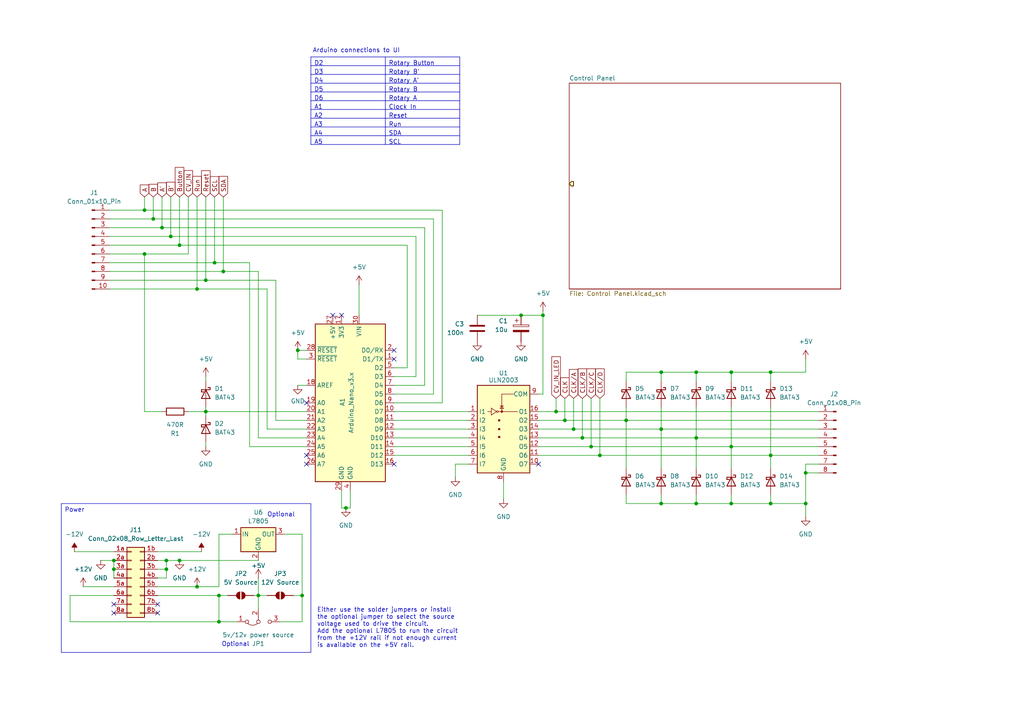
<source format=kicad_sch>
(kicad_sch (version 20250114) (generator "eeschema") (generator_version "9.0")
  (paper "A4")
  (lib_symbols
    (symbol "Connector:Conn_01x08_Pin" (pin_names (offset 1.016) (hide yes))
      (property "Reference" "J" (at 0 10.16 0))
      (property "Value" "Conn_01x08_Pin" (at 0 -12.7 0))
      (symbol "Conn_01x08_Pin_1_1"
        (rectangle (start 0.8636 7.747) (end 0 7.493) (stroke (width 0.1524)) (fill (type outline)))
        (rectangle (start 0.8636 5.207) (end 0 4.953) (stroke (width 0.1524)) (fill (type outline)))
        (rectangle (start 0.8636 2.667) (end 0 2.413) (stroke (width 0.1524)) (fill (type outline)))
        (rectangle (start 0.8636 0.127) (end 0 -0.127) (stroke (width 0.1524)) (fill (type outline)))
        (rectangle (start 0.8636 -2.413) (end 0 -2.667) (stroke (width 0.1524)) (fill (type outline)))
        (rectangle (start 0.8636 -4.953) (end 0 -5.207) (stroke (width 0.1524)) (fill (type outline)))
        (rectangle (start 0.8636 -7.493) (end 0 -7.747) (stroke (width 0.1524)) (fill (type outline)))
        (rectangle (start 0.8636 -10.033) (end 0 -10.287) (stroke (width 0.1524)) (fill (type outline)))
        (polyline (pts (xy 1.27 7.62) (xy 0.8636 7.62)) (stroke (width 0.1524)))
        (polyline (pts (xy 1.27 5.08) (xy 0.8636 5.08)) (stroke (width 0.1524)))
        (polyline (pts (xy 1.27 2.54) (xy 0.8636 2.54)) (stroke (width 0.1524)))
        (polyline (pts (xy 1.27 0) (xy 0.8636 0)) (stroke (width 0.1524)))
        (polyline (pts (xy 1.27 -2.54) (xy 0.8636 -2.54)) (stroke (width 0.1524)))
        (polyline (pts (xy 1.27 -5.08) (xy 0.8636 -5.08)) (stroke (width 0.1524)))
        (polyline (pts (xy 1.27 -7.62) (xy 0.8636 -7.62)) (stroke (width 0.1524)))
        (polyline (pts (xy 1.27 -10.16) (xy 0.8636 -10.16)) (stroke (width 0.1524)))
        (pin passive line (at 5.08 7.62 180) (length 3.81) (name "Pin_1") (number "1"))
        (pin passive line (at 5.08 5.08 180) (length 3.81) (name "Pin_2") (number "2"))
        (pin passive line (at 5.08 2.54 180) (length 3.81) (name "Pin_3") (number "3"))
        (pin passive line (at 5.08 0 180) (length 3.81) (name "Pin_4") (number "4"))
        (pin passive line (at 5.08 -2.54 180) (length 3.81) (name "Pin_5") (number "5"))
        (pin passive line (at 5.08 -5.08 180) (length 3.81) (name "Pin_6") (number "6"))
        (pin passive line (at 5.08 -7.62 180) (length 3.81) (name "Pin_7") (number "7"))
        (pin passive line (at 5.08 -10.16 180) (length 3.81) (name "Pin_8") (number "8"))
      )
    )
    (symbol "Connector:Conn_01x10_Pin" (pin_names (offset 1.016) (hide yes))
      (property "Reference" "J" (at 0 12.7 0))
      (property "Value" "Conn_01x10_Pin" (at 0 -15.24 0))
      (symbol "Conn_01x10_Pin_1_1"
        (rectangle (start 0.8636 10.287) (end 0 10.033) (stroke (width 0.1524)) (fill (type outline)))
        (rectangle (start 0.8636 7.747) (end 0 7.493) (stroke (width 0.1524)) (fill (type outline)))
        (rectangle (start 0.8636 5.207) (end 0 4.953) (stroke (width 0.1524)) (fill (type outline)))
        (rectangle (start 0.8636 2.667) (end 0 2.413) (stroke (width 0.1524)) (fill (type outline)))
        (rectangle (start 0.8636 0.127) (end 0 -0.127) (stroke (width 0.1524)) (fill (type outline)))
        (rectangle (start 0.8636 -2.413) (end 0 -2.667) (stroke (width 0.1524)) (fill (type outline)))
        (rectangle (start 0.8636 -4.953) (end 0 -5.207) (stroke (width 0.1524)) (fill (type outline)))
        (rectangle (start 0.8636 -7.493) (end 0 -7.747) (stroke (width 0.1524)) (fill (type outline)))
        (rectangle (start 0.8636 -10.033) (end 0 -10.287) (stroke (width 0.1524)) (fill (type outline)))
        (rectangle (start 0.8636 -12.573) (end 0 -12.827) (stroke (width 0.1524)) (fill (type outline)))
        (polyline (pts (xy 1.27 10.16) (xy 0.8636 10.16)) (stroke (width 0.1524)))
        (polyline (pts (xy 1.27 7.62) (xy 0.8636 7.62)) (stroke (width 0.1524)))
        (polyline (pts (xy 1.27 5.08) (xy 0.8636 5.08)) (stroke (width 0.1524)))
        (polyline (pts (xy 1.27 2.54) (xy 0.8636 2.54)) (stroke (width 0.1524)))
        (polyline (pts (xy 1.27 0) (xy 0.8636 0)) (stroke (width 0.1524)))
        (polyline (pts (xy 1.27 -2.54) (xy 0.8636 -2.54)) (stroke (width 0.1524)))
        (polyline (pts (xy 1.27 -5.08) (xy 0.8636 -5.08)) (stroke (width 0.1524)))
        (polyline (pts (xy 1.27 -7.62) (xy 0.8636 -7.62)) (stroke (width 0.1524)))
        (polyline (pts (xy 1.27 -10.16) (xy 0.8636 -10.16)) (stroke (width 0.1524)))
        (polyline (pts (xy 1.27 -12.7) (xy 0.8636 -12.7)) (stroke (width 0.1524)))
        (pin passive line (at 5.08 10.16 180) (length 3.81) (name "Pin_1") (number "1"))
        (pin passive line (at 5.08 7.62 180) (length 3.81) (name "Pin_2") (number "2"))
        (pin passive line (at 5.08 5.08 180) (length 3.81) (name "Pin_3") (number "3"))
        (pin passive line (at 5.08 2.54 180) (length 3.81) (name "Pin_4") (number "4"))
        (pin passive line (at 5.08 0 180) (length 3.81) (name "Pin_5") (number "5"))
        (pin passive line (at 5.08 -2.54 180) (length 3.81) (name "Pin_6") (number "6"))
        (pin passive line (at 5.08 -5.08 180) (length 3.81) (name "Pin_7") (number "7"))
        (pin passive line (at 5.08 -7.62 180) (length 3.81) (name "Pin_8") (number "8"))
        (pin passive line (at 5.08 -10.16 180) (length 3.81) (name "Pin_9") (number "9"))
        (pin passive line (at 5.08 -12.7 180) (length 3.81) (name "Pin_10") (number "10"))
      )
    )
    (symbol "Connector_Generic:Conn_02x08_Row_Letter_Last" (pin_names (offset 1.016) (hide yes))
      (property "Reference" "J" (at 1.27 10.16 0))
      (property "Value" "Conn_02x08_Row_Letter_Last" (at 1.27 -12.7 0))
      (symbol "Conn_02x08_Row_Letter_Last_1_1"
        (rectangle (start -1.27 8.89) (end 3.81 -11.43) (stroke (width 0.254)) (fill (type background)))
        (rectangle (start -1.27 7.747) (end 0 7.493) (stroke (width 0.1524)))
        (rectangle (start -1.27 5.207) (end 0 4.953) (stroke (width 0.1524)))
        (rectangle (start -1.27 2.667) (end 0 2.413) (stroke (width 0.1524)))
        (rectangle (start -1.27 0.127) (end 0 -0.127) (stroke (width 0.1524)))
        (rectangle (start -1.27 -2.413) (end 0 -2.667) (stroke (width 0.1524)))
        (rectangle (start -1.27 -4.953) (end 0 -5.207) (stroke (width 0.1524)))
        (rectangle (start -1.27 -7.493) (end 0 -7.747) (stroke (width 0.1524)))
        (rectangle (start -1.27 -10.033) (end 0 -10.287) (stroke (width 0.1524)))
        (rectangle (start 3.81 7.747) (end 2.54 7.493) (stroke (width 0.1524)))
        (rectangle (start 3.81 5.207) (end 2.54 4.953) (stroke (width 0.1524)))
        (rectangle (start 3.81 2.667) (end 2.54 2.413) (stroke (width 0.1524)))
        (rectangle (start 3.81 0.127) (end 2.54 -0.127) (stroke (width 0.1524)))
        (rectangle (start 3.81 -2.413) (end 2.54 -2.667) (stroke (width 0.1524)))
        (rectangle (start 3.81 -4.953) (end 2.54 -5.207) (stroke (width 0.1524)))
        (rectangle (start 3.81 -7.493) (end 2.54 -7.747) (stroke (width 0.1524)))
        (rectangle (start 3.81 -10.033) (end 2.54 -10.287) (stroke (width 0.1524)))
        (pin passive line (at -5.08 7.62 0) (length 3.81) (name "Pin_1a") (number "1a"))
        (pin passive line (at -5.08 5.08 0) (length 3.81) (name "Pin_2a") (number "2a"))
        (pin passive line (at -5.08 2.54 0) (length 3.81) (name "Pin_3a") (number "3a"))
        (pin passive line (at -5.08 0 0) (length 3.81) (name "Pin_4a") (number "4a"))
        (pin passive line (at -5.08 -2.54 0) (length 3.81) (name "Pin_5a") (number "5a"))
        (pin passive line (at -5.08 -5.08 0) (length 3.81) (name "Pin_6a") (number "6a"))
        (pin passive line (at -5.08 -7.62 0) (length 3.81) (name "Pin_7a") (number "7a"))
        (pin passive line (at -5.08 -10.16 0) (length 3.81) (name "Pin_8a") (number "8a"))
        (pin passive line (at 7.62 7.62 180) (length 3.81) (name "Pin_1b") (number "1b"))
        (pin passive line (at 7.62 5.08 180) (length 3.81) (name "Pin_2b") (number "2b"))
        (pin passive line (at 7.62 2.54 180) (length 3.81) (name "Pin_3b") (number "3b"))
        (pin passive line (at 7.62 0 180) (length 3.81) (name "Pin_4b") (number "4b"))
        (pin passive line (at 7.62 -2.54 180) (length 3.81) (name "Pin_5b") (number "5b"))
        (pin passive line (at 7.62 -5.08 180) (length 3.81) (name "Pin_6b") (number "6b"))
        (pin passive line (at 7.62 -7.62 180) (length 3.81) (name "Pin_7b") (number "7b"))
        (pin passive line (at 7.62 -10.16 180) (length 3.81) (name "Pin_8b") (number "8b"))
      )
    )
    (symbol "Device:C" (pin_numbers (hide yes)) (pin_names (offset 0.254))
      (property "Reference" "C" (at 0.635 2.54 0))
      (property "Value" "C" (at 0.635 -2.54 0))
      (symbol "C_0_1"
        (polyline (pts (xy -2.032 0.762) (xy 2.032 0.762)) (stroke (width 0.508)))
        (polyline (pts (xy -2.032 -0.762) (xy 2.032 -0.762)) (stroke (width 0.508)))
      )
      (symbol "C_1_1"
        (pin passive line (at 0 3.81 270) (length 2.794) (name "~") (number "1"))
        (pin passive line (at 0 -3.81 90) (length 2.794) (name "~") (number "2"))
      )
    )
    (symbol "Device:C_Polarized" (pin_numbers (hide yes)) (pin_names (offset 0.254))
      (property "Reference" "C" (at 0.635 2.54 0))
      (property "Value" "C_Polarized" (at 0.635 -2.54 0))
      (symbol "C_Polarized_0_1"
        (rectangle (start -2.286 0.508) (end 2.286 1.016))
        (polyline (pts (xy -1.778 2.286) (xy -0.762 2.286)))
        (polyline (pts (xy -1.27 2.794) (xy -1.27 1.778)))
        (rectangle (start 2.286 -0.508) (end -2.286 -1.016) (fill (type outline)))
      )
      (symbol "C_Polarized_1_1"
        (pin passive line (at 0 3.81 270) (length 2.794) (name "~") (number "1"))
        (pin passive line (at 0 -3.81 90) (length 2.794) (name "~") (number "2"))
      )
    )
    (symbol "Device:R" (pin_numbers (hide yes)) (pin_names (offset 0))
      (property "Reference" "R" (at 2.032 0 90))
      (property "Value" "R" (at 0 0 90))
      (symbol "R_0_1"
        (rectangle (start -1.016 -2.54) (end 1.016 2.54) (stroke (width 0.254)))
      )
      (symbol "R_1_1"
        (pin passive line (at 0 3.81 270) (length 1.27) (name "~") (number "1"))
        (pin passive line (at 0 -3.81 90) (length 1.27) (name "~") (number "2"))
      )
    )
    (symbol "Diode:BAT43" (pin_numbers (hide yes)) (pin_names (offset 1.016) (hide yes))
      (property "Reference" "D" (at 0 2.54 0))
      (property "Value" "BAT43" (at 0 -2.54 0))
      (symbol "BAT43_0_1"
        (polyline (pts (xy -1.905 0.635) (xy -1.905 1.27) (xy -1.27 1.27) (xy -1.27 -1.27) (xy -0.635 -1.27) (xy -0.635 -0.635)) (stroke (width 0.254)))
        (polyline (pts (xy 1.27 1.27) (xy 1.27 -1.27) (xy -1.27 0) (xy 1.27 1.27)) (stroke (width 0.254)))
        (polyline (pts (xy 1.27 0) (xy -1.27 0)))
      )
      (symbol "BAT43_1_1"
        (pin passive line (at -3.81 0 0) (length 2.54) (name "K") (number "1"))
        (pin passive line (at 3.81 0 180) (length 2.54) (name "A") (number "2"))
      )
    )
    (symbol "Jumper:Jumper_3_Bridged12" (pin_names (offset 0) (hide yes)) (in_bom no)
      (property "Reference" "JP" (at -2.54 -2.54 0))
      (property "Value" "Jumper_3_Bridged12" (at 0 2.794 0))
      (symbol "Jumper_3_Bridged12_0_0"
        (circle (center -3.302 0) (radius 0.508))
        (circle (center 0 0) (radius 0.508))
        (circle (center 3.302 0) (radius 0.508))
      )
      (symbol "Jumper_3_Bridged12_0_1"
        (arc (start -3.048 0.508) (mid -1.651 0.9912) (end -0.254 0.508))
        (polyline (pts (xy 0 -1.27) (xy 0 -0.508)))
      )
      (symbol "Jumper_3_Bridged12_1_1"
        (pin passive line (at -6.35 0 0) (length 2.54) (name "A") (number "1"))
        (pin passive line (at 0 -3.81 90) (length 2.54) (name "C") (number "2"))
        (pin passive line (at 6.35 0 180) (length 2.54) (name "B") (number "3"))
      )
    )
    (symbol "Jumper:SolderJumper_2_Open" (pin_numbers (hide yes)) (pin_names (offset 0) (hide yes)) (in_bom no)
      (property "Reference" "JP" (at 0 2.032 0))
      (property "Value" "SolderJumper_2_Open" (at 0 -2.54 0))
      (symbol "SolderJumper_2_Open_0_1"
        (polyline (pts (xy -0.254 1.016) (xy -0.254 -1.016)))
        (arc (start -0.254 -1.016) (mid -1.2656 0) (end -0.254 1.016))
        (arc (start -0.254 -1.016) (mid -1.2656 0) (end -0.254 1.016) (fill (type outline)))
        (arc (start 0.254 1.016) (mid 1.2656 0) (end 0.254 -1.016))
        (arc (start 0.254 1.016) (mid 1.2656 0) (end 0.254 -1.016) (fill (type outline)))
        (polyline (pts (xy 0.254 1.016) (xy 0.254 -1.016)))
      )
      (symbol "SolderJumper_2_Open_1_1"
        (pin passive line (at -3.81 0 0) (length 2.54) (name "A") (number "1"))
        (pin passive line (at 3.81 0 180) (length 2.54) (name "B") (number "2"))
      )
    )
    (symbol "MCU_Module:Arduino_Nano_v3.x"
      (property "Reference" "A" (at -10.16 23.495 0))
      (property "Value" "Arduino_Nano_v3.x" (at 5.08 -24.13 0))
      (symbol "Arduino_Nano_v3.x_0_1"
        (rectangle (start -10.16 22.86) (end 10.16 -22.86) (stroke (width 0.254)) (fill (type background)))
      )
      (symbol "Arduino_Nano_v3.x_1_1"
        (pin bidirectional line (at -12.7 15.24 0) (length 2.54) (name "D0/RX") (number "2"))
        (pin bidirectional line (at -12.7 12.7 0) (length 2.54) (name "D1/TX") (number "1"))
        (pin bidirectional line (at -12.7 10.16 0) (length 2.54) (name "D2") (number "5"))
        (pin bidirectional line (at -12.7 7.62 0) (length 2.54) (name "D3") (number "6"))
        (pin bidirectional line (at -12.7 5.08 0) (length 2.54) (name "D4") (number "7"))
        (pin bidirectional line (at -12.7 2.54 0) (length 2.54) (name "D5") (number "8"))
        (pin bidirectional line (at -12.7 0 0) (length 2.54) (name "D6") (number "9"))
        (pin bidirectional line (at -12.7 -2.54 0) (length 2.54) (name "D7") (number "10"))
        (pin bidirectional line (at -12.7 -5.08 0) (length 2.54) (name "D8") (number "11"))
        (pin bidirectional line (at -12.7 -7.62 0) (length 2.54) (name "D9") (number "12"))
        (pin bidirectional line (at -12.7 -10.16 0) (length 2.54) (name "D10") (number "13"))
        (pin bidirectional line (at -12.7 -12.7 0) (length 2.54) (name "D11") (number "14"))
        (pin bidirectional line (at -12.7 -15.24 0) (length 2.54) (name "D12") (number "15"))
        (pin bidirectional line (at -12.7 -17.78 0) (length 2.54) (name "D13") (number "16"))
        (pin power_in line (at -2.54 25.4 270) (length 2.54) (name "VIN") (number "30"))
        (pin power_in line (at 0 -25.4 90) (length 2.54) (name "GND") (number "4"))
        (pin power_out line (at 2.54 25.4 270) (length 2.54) (name "3V3") (number "17"))
        (pin power_in line (at 2.54 -25.4 90) (length 2.54) (name "GND") (number "29"))
        (pin power_out line (at 5.08 25.4 270) (length 2.54) (name "+5V") (number "27"))
        (pin input line (at 12.7 15.24 180) (length 2.54) (name "~{RESET}") (number "28"))
        (pin input line (at 12.7 12.7 180) (length 2.54) (name "~{RESET}") (number "3"))
        (pin input line (at 12.7 5.08 180) (length 2.54) (name "AREF") (number "18"))
        (pin bidirectional line (at 12.7 0 180) (length 2.54) (name "A0") (number "19"))
        (pin bidirectional line (at 12.7 -2.54 180) (length 2.54) (name "A1") (number "20"))
        (pin bidirectional line (at 12.7 -5.08 180) (length 2.54) (name "A2") (number "21"))
        (pin bidirectional line (at 12.7 -7.62 180) (length 2.54) (name "A3") (number "22"))
        (pin bidirectional line (at 12.7 -10.16 180) (length 2.54) (name "A4") (number "23"))
        (pin bidirectional line (at 12.7 -12.7 180) (length 2.54) (name "A5") (number "24"))
        (pin bidirectional line (at 12.7 -15.24 180) (length 2.54) (name "A6") (number "25"))
        (pin bidirectional line (at 12.7 -17.78 180) (length 2.54) (name "A7") (number "26"))
      )
    )
    (symbol "Regulator_Linear:L7805" (pin_names (offset 0.254))
      (property "Reference" "U" (at -3.81 3.175 0))
      (property "Value" "L7805" (at 0 3.175 0))
      (symbol "L7805_0_1"
        (rectangle (start -5.08 1.905) (end 5.08 -5.08) (stroke (width 0.254)) (fill (type background)))
      )
      (symbol "L7805_1_1"
        (pin power_in line (at -7.62 0 0) (length 2.54) (name "IN") (number "1"))
        (pin power_in line (at 0 -7.62 90) (length 2.54) (name "GND") (number "2"))
        (pin power_out line (at 7.62 0 180) (length 2.54) (name "OUT") (number "3"))
      )
    )
    (symbol "Transistor_Array:ULN2003"
      (property "Reference" "U" (at 0 15.875 0))
      (property "Value" "ULN2003" (at 0 13.97 0))
      (symbol "ULN2003_0_1"
        (rectangle (start -7.62 -12.7) (end 7.62 12.7) (stroke (width 0.254)) (fill (type background)))
        (polyline (pts (xy -4.572 5.08) (xy -3.556 5.08)))
        (polyline (pts (xy -3.556 6.096) (xy -3.556 4.064) (xy -2.032 5.08) (xy -3.556 6.096)))
        (circle (center -1.778 5.08) (radius 0.254))
        (polyline (pts (xy -1.524 5.08) (xy 4.064 5.08)))
        (circle (center -1.27 2.54) (radius 0.254) (fill (type outline)))
        (circle (center -1.27 0) (radius 0.254) (fill (type outline)))
        (circle (center -1.27 -2.286) (radius 0.254) (fill (type outline)))
        (circle (center -0.508 5.08) (radius 0.254) (fill (type outline)))
        (polyline (pts (xy -0.508 5.08) (xy -0.508 10.16) (xy 2.921 10.16)))
        (polyline (pts (xy 0 6.731) (xy -1.016 6.731)))
        (polyline (pts (xy 0 5.969) (xy -1.016 5.969) (xy -0.508 6.731) (xy 0 5.969)))
      )
      (symbol "ULN2003_1_1"
        (pin input line (at -10.16 5.08 0) (length 2.54) (name "I1") (number "1"))
        (pin input line (at -10.16 2.54 0) (length 2.54) (name "I2") (number "2"))
        (pin input line (at -10.16 0 0) (length 2.54) (name "I3") (number "3"))
        (pin input line (at -10.16 -2.54 0) (length 2.54) (name "I4") (number "4"))
        (pin input line (at -10.16 -5.08 0) (length 2.54) (name "I5") (number "5"))
        (pin input line (at -10.16 -7.62 0) (length 2.54) (name "I6") (number "6"))
        (pin input line (at -10.16 -10.16 0) (length 2.54) (name "I7") (number "7"))
        (pin power_in line (at 0 -15.24 90) (length 2.54) (name "GND") (number "8"))
        (pin passive line (at 10.16 10.16 180) (length 2.54) (name "COM") (number "9"))
        (pin open_collector line (at 10.16 5.08 180) (length 2.54) (name "O1") (number "16"))
        (pin open_collector line (at 10.16 2.54 180) (length 2.54) (name "O2") (number "15"))
        (pin open_collector line (at 10.16 0 180) (length 2.54) (name "O3") (number "14"))
        (pin open_collector line (at 10.16 -2.54 180) (length 2.54) (name "O4") (number "13"))
        (pin open_collector line (at 10.16 -5.08 180) (length 2.54) (name "O5") (number "12"))
        (pin open_collector line (at 10.16 -7.62 180) (length 2.54) (name "O6") (number "11"))
        (pin open_collector line (at 10.16 -10.16 180) (length 2.54) (name "O7") (number "10"))
      )
    )
    (symbol "power:+12V" (power) (pin_numbers (hide yes)) (pin_names (offset 0) (hide yes))
      (property "Value" "+12V" (at 0 3.556 0))
      (symbol "+12V_0_1"
        (polyline (pts (xy -0.762 1.27) (xy 0 2.54)))
        (polyline (pts (xy 0 2.54) (xy 0.762 1.27)))
        (polyline (pts (xy 0 0) (xy 0 2.54)))
      )
      (symbol "+12V_1_1"
        (pin power_in line (at 0 0 90) (length 0) (name "~") (number "1"))
      )
    )
    (symbol "power:+5V" (power) (pin_numbers (hide yes)) (pin_names (offset 0) (hide yes))
      (property "Value" "+5V" (at 0 3.556 0))
      (symbol "+5V_0_1"
        (polyline (pts (xy -0.762 1.27) (xy 0 2.54)))
        (polyline (pts (xy 0 2.54) (xy 0.762 1.27)))
        (polyline (pts (xy 0 0) (xy 0 2.54)))
      )
      (symbol "+5V_1_1"
        (pin power_in line (at 0 0 90) (length 0) (name "~") (number "1"))
      )
    )
    (symbol "power:-12V" (power) (pin_numbers (hide yes)) (pin_names (offset 0) (hide yes))
      (property "Value" "-12V" (at 0 3.556 0))
      (symbol "-12V_0_0"
        (pin power_in line (at 0 0 90) (length 0) (name "~") (number "1"))
      )
      (symbol "-12V_0_1"
        (polyline (pts (xy 0 0) (xy 0 1.27) (xy 0.762 1.27) (xy 0 2.54) (xy -0.762 1.27) (xy 0 1.27)) (fill (type outline)))
      )
    )
    (symbol "power:GND" (power) (pin_numbers (hide yes)) (pin_names (offset 0) (hide yes))
      (property "Value" "GND" (at 0 -3.81 0))
      (symbol "GND_0_1"
        (polyline (pts (xy 0 0) (xy 0 -1.27) (xy 1.27 -1.27) (xy 0 -2.54) (xy -1.27 -1.27) (xy 0 -1.27)))
      )
      (symbol "GND_1_1"
        (pin power_in line (at 0 0 270) (length 0) (name "~") (number "1"))
      )
    )
  )
  (text "Either use the solder jumpers or install\nthe optional jumper to select the source \nvoltage used to drive the circuit.\nAdd the optional L7805 to run the circuit\nfrom the +12V rail if not enough current\nis available on the +5V rail." (at 91.948 182.118 0) (effects (font (size 1.27 1.27)) (justify left)))
  (text "Optional" (at 68.326 186.944 0) (effects (font (size 1.27 1.27))))
  (text "Optional" (at 81.534 149.352 0) (effects (font (size 1.27 1.27))))
  (text "Arduino connections to UI" (at 90.678 14.732 0) (effects (font (size 1.27 1.27)) (justify left)))
  (text_box "Power" (at 17.78 146.05 0) (size 72.39 43.18) (margins 0.9525 0.9525 0.9525 0.9525) (effects (font (size 1.27 1.27)) (justify left top)))
  (junction (at 233.68 146.05))
  (junction (at 212.09 107.95))
  (junction (at 41.91 60.96))
  (junction (at 100.33 147.32))
  (junction (at 86.36 101.6))
  (junction (at 223.52 146.05))
  (junction (at 41.91 73.66))
  (junction (at 191.77 107.95))
  (junction (at 48.26 162.56))
  (junction (at 168.91 127))
  (junction (at 57.15 83.82))
  (junction (at 201.93 107.95))
  (junction (at 201.93 127))
  (junction (at 212.09 146.05))
  (junction (at 173.99 132.08))
  (junction (at 62.23 76.2))
  (junction (at 52.07 162.56))
  (junction (at 74.93 172.72))
  (junction (at 57.15 170.18))
  (junction (at 63.5 172.72))
  (junction (at 191.77 124.46))
  (junction (at 59.69 81.28))
  (junction (at 157.48 91.44))
  (junction (at 212.09 129.54))
  (junction (at 171.45 129.54))
  (junction (at 33.02 162.56))
  (junction (at 223.52 132.08))
  (junction (at 181.61 121.92))
  (junction (at 48.26 165.1))
  (junction (at 201.93 146.05))
  (junction (at 151.13 91.44))
  (junction (at 44.45 63.5))
  (junction (at 87.63 172.72))
  (junction (at 59.69 119.38))
  (junction (at 166.37 124.46))
  (junction (at 64.77 78.74))
  (junction (at 49.53 68.58))
  (junction (at 63.5 180.34))
  (junction (at 161.29 119.38))
  (junction (at 223.52 107.95))
  (junction (at 33.02 165.1))
  (junction (at 163.83 121.92))
  (junction (at 46.99 66.04))
  (junction (at 233.68 137.16))
  (junction (at 52.07 71.12))
  (junction (at 191.77 146.05))
  (no_connect (at 99.06 91.44))
  (no_connect (at 88.9 134.62))
  (no_connect (at 114.3 134.62))
  (no_connect (at 156.21 134.62))
  (no_connect (at 88.9 116.84))
  (no_connect (at 33.02 177.8))
  (no_connect (at 96.52 91.44))
  (no_connect (at 33.02 175.26))
  (no_connect (at 45.72 177.8))
  (no_connect (at 114.3 104.14))
  (no_connect (at 45.72 175.26))
  (no_connect (at 88.9 132.08))
  (no_connect (at 114.3 101.6))
  (wire (pts (xy 59.69 118.11) (xy 59.69 119.38)))
  (wire (pts (xy 233.68 104.14) (xy 233.68 107.95)))
  (wire (pts (xy 74.93 172.72) (xy 77.47 172.72)))
  (wire (pts (xy 191.77 124.46) (xy 191.77 135.89)))
  (wire (pts (xy 46.99 66.04) (xy 123.19 66.04)))
  (wire (pts (xy 31.75 60.96) (xy 41.91 60.96)))
  (wire (pts (xy 45.72 165.1) (xy 48.26 165.1)))
  (wire (pts (xy 171.45 129.54) (xy 212.09 129.54)))
  (wire (pts (xy 114.3 121.92) (xy 135.89 121.92)))
  (wire (pts (xy 120.65 68.58) (xy 120.65 109.22)))
  (wire (pts (xy 223.52 146.05) (xy 233.68 146.05)))
  (wire (pts (xy 41.91 73.66) (xy 41.91 119.38)))
  (wire (pts (xy 59.69 119.38) (xy 59.69 120.65)))
  (wire (pts (xy 233.68 146.05) (xy 233.68 149.86)))
  (wire (pts (xy 63.5 154.94) (xy 63.5 170.18)))
  (wire (pts (xy 62.23 76.2) (xy 72.39 76.2)))
  (wire (pts (xy 156.21 132.08) (xy 173.99 132.08)))
  (wire (pts (xy 21.59 160.02) (xy 33.02 160.02)))
  (wire (pts (xy 173.99 115.57) (xy 173.99 132.08)))
  (wire (pts (xy 31.75 63.5) (xy 44.45 63.5)))
  (wire (pts (xy 44.45 57.15) (xy 44.45 63.5)))
  (wire (pts (xy 24.13 170.18) (xy 33.02 170.18)))
  (wire (pts (xy 201.93 118.11) (xy 201.93 127)))
  (wire (pts (xy 201.93 110.49) (xy 201.93 107.95)))
  (wire (pts (xy 31.75 76.2) (xy 62.23 76.2)))
  (wire (pts (xy 31.75 68.58) (xy 49.53 68.58)))
  (wire (pts (xy 86.36 104.14) (xy 88.9 104.14)))
  (wire (pts (xy 181.61 107.95) (xy 191.77 107.95)))
  (wire (pts (xy 233.68 134.62) (xy 237.49 134.62)))
  (wire (pts (xy 72.39 76.2) (xy 72.39 129.54)))
  (wire (pts (xy 156.21 114.3) (xy 157.48 114.3)))
  (wire (pts (xy 156.21 127) (xy 168.91 127)))
  (wire (pts (xy 181.61 118.11) (xy 181.61 121.92)))
  (wire (pts (xy 99.06 142.24) (xy 99.06 147.32)))
  (wire (pts (xy 45.72 172.72) (xy 63.5 172.72)))
  (wire (pts (xy 20.32 180.34) (xy 63.5 180.34)))
  (wire (pts (xy 59.69 119.38) (xy 88.9 119.38)))
  (wire (pts (xy 201.93 143.51) (xy 201.93 146.05)))
  (wire (pts (xy 138.43 91.44) (xy 151.13 91.44)))
  (wire (pts (xy 168.91 115.57) (xy 168.91 127)))
  (wire (pts (xy 31.75 78.74) (xy 64.77 78.74)))
  (wire (pts (xy 59.69 109.22) (xy 59.69 110.49)))
  (wire (pts (xy 45.72 170.18) (xy 57.15 170.18)))
  (wire (pts (xy 114.3 124.46) (xy 135.89 124.46)))
  (wire (pts (xy 101.6 142.24) (xy 101.6 147.32)))
  (wire (pts (xy 212.09 110.49) (xy 212.09 107.95)))
  (wire (pts (xy 64.77 78.74) (xy 74.93 78.74)))
  (wire (pts (xy 181.61 121.92) (xy 181.61 135.89)))
  (wire (pts (xy 156.21 119.38) (xy 161.29 119.38)))
  (wire (pts (xy 156.21 124.46) (xy 166.37 124.46)))
  (wire (pts (xy 52.07 71.12) (xy 118.11 71.12)))
  (wire (pts (xy 156.21 129.54) (xy 171.45 129.54)))
  (wire (pts (xy 212.09 107.95) (xy 223.52 107.95)))
  (wire (pts (xy 52.07 57.15) (xy 52.07 71.12)))
  (wire (pts (xy 74.93 78.74) (xy 74.93 127)))
  (wire (pts (xy 63.5 170.18) (xy 57.15 170.18)))
  (wire (pts (xy 168.91 127) (xy 201.93 127)))
  (wire (pts (xy 63.5 172.72) (xy 63.5 180.34)))
  (wire (pts (xy 48.26 165.1) (xy 48.26 167.64)))
  (wire (pts (xy 33.02 165.1) (xy 33.02 162.56)))
  (wire (pts (xy 123.19 66.04) (xy 123.19 111.76)))
  (wire (pts (xy 49.53 57.15) (xy 49.53 68.58)))
  (wire (pts (xy 166.37 124.46) (xy 191.77 124.46)))
  (wire (pts (xy 212.09 143.51) (xy 212.09 146.05)))
  (wire (pts (xy 233.68 107.95) (xy 223.52 107.95)))
  (wire (pts (xy 201.93 127) (xy 237.49 127)))
  (wire (pts (xy 45.72 160.02) (xy 58.42 160.02)))
  (wire (pts (xy 59.69 128.27) (xy 59.69 129.54)))
  (wire (pts (xy 77.47 124.46) (xy 77.47 83.82)))
  (wire (pts (xy 223.52 132.08) (xy 237.49 132.08)))
  (wire (pts (xy 74.93 127) (xy 88.9 127)))
  (wire (pts (xy 86.36 101.6) (xy 86.36 104.14)))
  (wire (pts (xy 212.09 146.05) (xy 223.52 146.05)))
  (wire (pts (xy 87.63 172.72) (xy 87.63 180.34)))
  (wire (pts (xy 201.93 107.95) (xy 212.09 107.95)))
  (wire (pts (xy 48.26 162.56) (xy 52.07 162.56)))
  (wire (pts (xy 191.77 146.05) (xy 201.93 146.05)))
  (wire (pts (xy 48.26 167.64) (xy 45.72 167.64)))
  (wire (pts (xy 223.52 132.08) (xy 223.52 135.89)))
  (wire (pts (xy 163.83 121.92) (xy 181.61 121.92)))
  (wire (pts (xy 80.01 121.92) (xy 80.01 81.28)))
  (wire (pts (xy 33.02 167.64) (xy 33.02 165.1)))
  (wire (pts (xy 29.21 162.56) (xy 33.02 162.56)))
  (wire (pts (xy 114.3 111.76) (xy 123.19 111.76)))
  (wire (pts (xy 41.91 60.96) (xy 128.27 60.96)))
  (wire (pts (xy 88.9 124.46) (xy 77.47 124.46)))
  (wire (pts (xy 59.69 81.28) (xy 80.01 81.28)))
  (wire (pts (xy 20.32 172.72) (xy 20.32 180.34)))
  (wire (pts (xy 191.77 118.11) (xy 191.77 124.46)))
  (wire (pts (xy 135.89 134.62) (xy 132.08 134.62)))
  (wire (pts (xy 54.61 57.15) (xy 54.61 73.66)))
  (wire (pts (xy 173.99 132.08) (xy 223.52 132.08)))
  (wire (pts (xy 74.93 167.64) (xy 74.93 172.72)))
  (wire (pts (xy 46.99 57.15) (xy 46.99 66.04)))
  (wire (pts (xy 146.05 139.7) (xy 146.05 144.78)))
  (wire (pts (xy 114.3 114.3) (xy 125.73 114.3)))
  (wire (pts (xy 114.3 116.84) (xy 128.27 116.84)))
  (wire (pts (xy 87.63 180.34) (xy 81.28 180.34)))
  (wire (pts (xy 52.07 162.56) (xy 74.93 162.56)))
  (wire (pts (xy 31.75 81.28) (xy 59.69 81.28)))
  (wire (pts (xy 57.15 83.82) (xy 77.47 83.82)))
  (wire (pts (xy 45.72 162.56) (xy 48.26 162.56)))
  (wire (pts (xy 74.93 172.72) (xy 74.93 176.53)))
  (wire (pts (xy 31.75 71.12) (xy 52.07 71.12)))
  (wire (pts (xy 57.15 83.82) (xy 31.75 83.82)))
  (wire (pts (xy 85.09 172.72) (xy 87.63 172.72)))
  (wire (pts (xy 114.3 119.38) (xy 135.89 119.38)))
  (wire (pts (xy 104.14 91.44) (xy 104.14 82.55)))
  (wire (pts (xy 63.5 154.94) (xy 67.31 154.94)))
  (wire (pts (xy 72.39 129.54) (xy 88.9 129.54)))
  (wire (pts (xy 31.75 66.04) (xy 46.99 66.04)))
  (wire (pts (xy 212.09 129.54) (xy 237.49 129.54)))
  (wire (pts (xy 59.69 57.15) (xy 59.69 81.28)))
  (wire (pts (xy 114.3 127) (xy 135.89 127)))
  (wire (pts (xy 166.37 115.57) (xy 166.37 124.46)))
  (wire (pts (xy 161.29 115.57) (xy 161.29 119.38)))
  (wire (pts (xy 212.09 118.11) (xy 212.09 129.54)))
  (wire (pts (xy 99.06 147.32) (xy 100.33 147.32)))
  (wire (pts (xy 118.11 71.12) (xy 118.11 106.68)))
  (wire (pts (xy 157.48 91.44) (xy 157.48 90.17)))
  (wire (pts (xy 157.48 114.3) (xy 157.48 91.44)))
  (wire (pts (xy 132.08 134.62) (xy 132.08 138.43)))
  (wire (pts (xy 201.93 127) (xy 201.93 135.89)))
  (wire (pts (xy 151.13 91.44) (xy 157.48 91.44)))
  (wire (pts (xy 156.21 121.92) (xy 163.83 121.92)))
  (wire (pts (xy 223.52 143.51) (xy 223.52 146.05)))
  (wire (pts (xy 41.91 73.66) (xy 54.61 73.66)))
  (wire (pts (xy 48.26 162.56) (xy 48.26 165.1)))
  (wire (pts (xy 64.77 57.15) (xy 64.77 78.74)))
  (wire (pts (xy 88.9 101.6) (xy 86.36 101.6)))
  (wire (pts (xy 41.91 57.15) (xy 41.91 60.96)))
  (wire (pts (xy 44.45 63.5) (xy 125.73 63.5)))
  (wire (pts (xy 114.3 132.08) (xy 135.89 132.08)))
  (wire (pts (xy 163.83 115.57) (xy 163.83 121.92)))
  (wire (pts (xy 191.77 110.49) (xy 191.77 107.95)))
  (wire (pts (xy 62.23 57.15) (xy 62.23 76.2)))
  (wire (pts (xy 171.45 115.57) (xy 171.45 129.54)))
  (wire (pts (xy 181.61 110.49) (xy 181.61 107.95)))
  (wire (pts (xy 63.5 172.72) (xy 66.04 172.72)))
  (wire (pts (xy 233.68 137.16) (xy 233.68 146.05)))
  (wire (pts (xy 233.68 134.62) (xy 233.68 137.16)))
  (wire (pts (xy 49.53 68.58) (xy 120.65 68.58)))
  (wire (pts (xy 233.68 137.16) (xy 237.49 137.16)))
  (wire (pts (xy 212.09 129.54) (xy 212.09 135.89)))
  (wire (pts (xy 181.61 143.51) (xy 181.61 146.05)))
  (wire (pts (xy 191.77 124.46) (xy 237.49 124.46)))
  (wire (pts (xy 31.75 73.66) (xy 41.91 73.66)))
  (wire (pts (xy 87.63 154.94) (xy 82.55 154.94)))
  (wire (pts (xy 161.29 119.38) (xy 237.49 119.38)))
  (wire (pts (xy 57.15 57.15) (xy 57.15 83.82)))
  (wire (pts (xy 191.77 107.95) (xy 201.93 107.95)))
  (wire (pts (xy 54.61 119.38) (xy 59.69 119.38)))
  (wire (pts (xy 88.9 121.92) (xy 80.01 121.92)))
  (wire (pts (xy 63.5 180.34) (xy 68.58 180.34)))
  (wire (pts (xy 128.27 60.96) (xy 128.27 116.84)))
  (wire (pts (xy 41.91 119.38) (xy 46.99 119.38)))
  (wire (pts (xy 223.52 110.49) (xy 223.52 107.95)))
  (wire (pts (xy 181.61 146.05) (xy 191.77 146.05)))
  (wire (pts (xy 125.73 63.5) (xy 125.73 114.3)))
  (wire (pts (xy 223.52 118.11) (xy 223.52 132.08)))
  (wire (pts (xy 20.32 172.72) (xy 33.02 172.72)))
  (wire (pts (xy 201.93 146.05) (xy 212.09 146.05)))
  (wire (pts (xy 181.61 121.92) (xy 237.49 121.92)))
  (wire (pts (xy 73.66 172.72) (xy 74.93 172.72)))
  (wire (pts (xy 114.3 129.54) (xy 135.89 129.54)))
  (wire (pts (xy 114.3 109.22) (xy 120.65 109.22)))
  (wire (pts (xy 101.6 147.32) (xy 100.33 147.32)))
  (wire (pts (xy 87.63 154.94) (xy 87.63 172.72)))
  (wire (pts (xy 191.77 143.51) (xy 191.77 146.05)))
  (wire (pts (xy 86.36 111.76) (xy 88.9 111.76)))
  (wire (pts (xy 114.3 106.68) (xy 118.11 106.68)))
  (table (column_count 2) (border (external yes) (header yes)) (separators (rows yes) (cols yes)) (column_widths 21.59 21.59) (row_heights 2.54 2.54 2.54 2.54 2.54 2.54 2.54 2.54 2.54 2.54) (cells (table_cell "D2" (at 90.17 16.51 0) (size 21.59 2.54) (margins 0.9525 0.9525 0.9525 0.9525) (span 1 1)) (table_cell "Rotary Button" (at 111.76 16.51 0) (size 21.59 2.54) (margins 0.9525 0.9525 0.9525 0.9525) (span 1 1)) (table_cell "D3" (at 90.17 19.05 0) (size 21.59 2.54) (margins 0.9525 0.9525 0.9525 0.9525) (span 1 1)) (table_cell "Rotary B'" (at 111.76 19.05 0) (size 21.59 2.54) (margins 0.9525 0.9525 0.9525 0.9525) (span 1 1)) (table_cell "D4" (at 90.17 21.59 0) (size 21.59 2.54) (margins 0.9525 0.9525 0.9525 0.9525) (span 1 1)) (table_cell "Rotary A'" (at 111.76 21.59 0) (size 21.59 2.54) (margins 0.9525 0.9525 0.9525 0.9525) (span 1 1)) (table_cell "D5" (at 90.17 24.13 0) (size 21.59 2.54) (margins 0.9525 0.9525 0.9525 0.9525) (span 1 1)) (table_cell "Rotary B" (at 111.76 24.13 0) (size 21.59 2.54) (margins 0.9525 0.9525 0.9525 0.9525) (span 1 1)) (table_cell "D6" (at 90.17 26.67 0) (size 21.59 2.54) (margins 0.9525 0.9525 0.9525 0.9525) (span 1 1)) (table_cell "Rotary A" (at 111.76 26.67 0) (size 21.59 2.54) (margins 0.9525 0.9525 0.9525 0.9525) (span 1 1)) (table_cell "A1" (at 90.17 29.21 0) (size 21.59 2.54) (margins 0.9525 0.9525 0.9525 0.9525) (span 1 1)) (table_cell "Clock In" (at 111.76 29.21 0) (size 21.59 2.54) (margins 0.9525 0.9525 0.9525 0.9525) (span 1 1)) (table_cell "A2" (at 90.17 31.75 0) (size 21.59 2.54) (margins 0.9525 0.9525 0.9525 0.9525) (span 1 1)) (table_cell "Reset" (at 111.76 31.75 0) (size 21.59 2.54) (margins 0.9525 0.9525 0.9525 0.9525) (span 1 1)) (table_cell "A3" (at 90.17 34.29 0) (size 21.59 2.54) (margins 0.9525 0.9525 0.9525 0.9525) (span 1 1)) (table_cell "Run" (at 111.76 34.29 0) (size 21.59 2.54) (margins 0.9525 0.9525 0.9525 0.9525) (span 1 1)) (table_cell "A4" (at 90.17 36.83 0) (size 21.59 2.54) (margins 0.9525 0.9525 0.9525 0.9525) (span 1 1)) (table_cell "SDA" (at 111.76 36.83 0) (size 21.59 2.54) (margins 0.9525 0.9525 0.9525 0.9525) (span 1 1)) (table_cell "A5" (at 90.17 39.37 0) (size 21.59 2.54) (margins 0.9525 0.9525 0.9525 0.9525) (span 1 1)) (table_cell "SCL" (at 111.76 39.37 0) (size 21.59 2.54) (margins 0.9525 0.9525 0.9525 0.9525) (span 1 1))))
  (global_label "B" (shape input) (at 44.45 57.15 90) (property "Intersheetrefs" "${INTERSHEET_REFS}" (effects (hide yes))))
  (global_label "Run" (shape input) (at 57.15 57.15 90) (property "Intersheetrefs" "${INTERSHEET_REFS}" (effects (hide yes))))
  (global_label "CV_IN" (shape input) (at 54.61 57.15 90) (property "Intersheetrefs" "${INTERSHEET_REFS}" (effects (hide yes))))
  (global_label "A" (shape input) (at 41.91 57.15 90) (property "Intersheetrefs" "${INTERSHEET_REFS}" (effects (hide yes))))
  (global_label "SDA" (shape input) (at 64.77 57.15 90) (property "Intersheetrefs" "${INTERSHEET_REFS}" (effects (hide yes))))
  (global_label "CLK{slash}D" (shape input) (at 173.99 115.57 90) (property "Intersheetrefs" "${INTERSHEET_REFS}" (effects (hide yes))))
  (global_label "Button" (shape input) (at 52.07 57.15 90) (property "Intersheetrefs" "${INTERSHEET_REFS}" (effects (hide yes))))
  (global_label "Reset" (shape input) (at 59.69 57.15 90) (property "Intersheetrefs" "${INTERSHEET_REFS}" (effects (hide yes))))
  (global_label "CLK{slash}A" (shape input) (at 166.37 115.57 90) (property "Intersheetrefs" "${INTERSHEET_REFS}" (effects (hide yes))))
  (global_label "CLK{slash}B" (shape input) (at 168.91 115.57 90) (property "Intersheetrefs" "${INTERSHEET_REFS}" (effects (hide yes))))
  (global_label "CV_IN_LED" (shape input) (at 161.29 115.57 90) (property "Intersheetrefs" "${INTERSHEET_REFS}" (effects (hide yes))))
  (global_label "A'" (shape input) (at 46.99 57.15 90) (property "Intersheetrefs" "${INTERSHEET_REFS}" (effects (hide yes))))
  (global_label "CLK{slash}C" (shape input) (at 171.45 115.57 90) (property "Intersheetrefs" "${INTERSHEET_REFS}" (effects (hide yes))))
  (global_label "CLK" (shape input) (at 163.83 115.57 90) (property "Intersheetrefs" "${INTERSHEET_REFS}" (effects (hide yes))))
  (global_label "SCL" (shape input) (at 62.23 57.15 90) (property "Intersheetrefs" "${INTERSHEET_REFS}" (effects (hide yes))))
  (global_label "B'" (shape input) (at 49.53 57.15 90) (property "Intersheetrefs" "${INTERSHEET_REFS}" (effects (hide yes))))
  (hierarchical_label " " (shape input) (at 165.1 53.34 0))
  (hierarchical_label "" (shape input) (at 165.1 53.34 0))
  (hierarchical_label "" (shape input) (at 165.1 53.34 0))
  (hierarchical_label "" (shape input) (at 165.1 53.34 0))
  (hierarchical_label "" (shape input) (at 165.1 53.34 0))
  (hierarchical_label "" (shape input) (at 165.1 53.34 0))
  (hierarchical_label "" (shape input) (at 165.1 53.34 0))
  (hierarchical_label "" (shape input) (at 165.1 53.34 0))
  (hierarchical_label "" (shape input) (at 165.1 53.34 0))
  (hierarchical_label "" (shape input) (at 165.1 53.34 0))
  (hierarchical_label "" (shape input) (at 165.1 53.34 0))
  (hierarchical_label "" (shape input) (at 165.1 53.34 0))
  (hierarchical_label "" (shape input) (at 165.1 53.34 0))
  (hierarchical_label "" (shape input) (at 165.1 53.34 0))
  (hierarchical_label "" (shape input) (at 165.1 53.34 0))
  (hierarchical_label "" (shape input) (at 165.1 53.34 0))
  (hierarchical_label "" (shape input) (at 165.1 53.34 0))
  (hierarchical_label "" (shape input) (at 165.1 53.34 0))
  (hierarchical_label "" (shape input) (at 165.1 53.34 0))
  (hierarchical_label "" (shape input) (at 165.1 53.34 0))
  (hierarchical_label "" (shape input) (at 165.1 53.34 0))
  (hierarchical_label "" (shape input) (at 165.1 53.34 0))
  (hierarchical_label "" (shape input) (at 165.1 53.34 0))
  (hierarchical_label "" (shape input) (at 165.1 53.34 0))
  (hierarchical_label "" (shape input) (at 165.1 53.34 0))
  (hierarchical_label "" (shape input) (at 165.1 53.34 0))
  (hierarchical_label "" (shape input) (at 165.1 53.34 0))
  (hierarchical_label "" (shape input) (at 165.1 53.34 0))
  (hierarchical_label "" (shape input) (at 165.1 53.34 0))
  (hierarchical_label "" (shape input) (at 165.1 53.34 0))
  (hierarchical_label "" (shape input) (at 165.1 53.34 0))
  (hierarchical_label "" (shape input) (at 165.1 53.34 0))
  (hierarchical_label "" (shape input) (at 165.1 53.34 0))
  (hierarchical_label "" (shape input) (at 165.1 53.34 0))
  (hierarchical_label "" (shape input) (at 165.1 53.34 0))
  (hierarchical_label "" (shape input) (at 165.1 53.34 0))
  (hierarchical_label "" (shape input) (at 165.1 53.34 0))
  (hierarchical_label "" (shape input) (at 165.1 53.34 0))
  (hierarchical_label "" (shape input) (at 165.1 53.34 0))
  (hierarchical_label "" (shape input) (at 165.1 53.34 0))
  (hierarchical_label "" (shape input) (at 165.1 53.34 0))
  (hierarchical_label "" (shape input) (at 165.1 53.34 0))
  (hierarchical_label "" (shape input) (at 165.1 53.34 0))
  (hierarchical_label "" (shape input) (at 165.1 53.34 0))
  (hierarchical_label "" (shape input) (at 165.1 53.34 0))
  (hierarchical_label "" (shape input) (at 165.1 53.34 0))
  (hierarchical_label "" (shape input) (at 165.1 53.34 0))
  (hierarchical_label "" (shape input) (at 165.1 53.34 0))
  (hierarchical_label "" (shape input) (at 165.1 53.34 0))
  (hierarchical_label "" (shape input) (at 165.1 53.34 0))
  (hierarchical_label "" (shape input) (at 165.1 53.34 0))
  (hierarchical_label "" (shape input) (at 165.1 53.34 0))
  (hierarchical_label "" (shape input) (at 165.1 53.34 0))
  (hierarchical_label "" (shape input) (at 165.1 53.34 0))
  (hierarchical_label "" (shape input) (at 165.1 53.34 0))
  (hierarchical_label "" (shape input) (at 165.1 53.34 0))
  (hierarchical_label "" (shape input) (at 165.1 53.34 0))
  (hierarchical_label "" (shape input) (at 165.1 53.34 0))
  (hierarchical_label "" (shape input) (at 165.1 53.34 0))
  (hierarchical_label "" (shape input) (at 165.1 53.34 0))
  (hierarchical_label "" (shape input) (at 165.1 53.34 0))
  (hierarchical_label "" (shape input) (at 165.1 53.34 0))
  (hierarchical_label "" (shape input) (at 165.1 53.34 0))
  (hierarchical_label "" (shape input) (at 165.1 53.34 0))
  (hierarchical_label "" (shape input) (at 165.1 53.34 0))
  (hierarchical_label "" (shape input) (at 165.1 53.34 0))
  (hierarchical_label "" (shape input) (at 165.1 53.34 0))
  (hierarchical_label "" (shape input) (at 165.1 53.34 0))
  (hierarchical_label "" (shape input) (at 165.1 53.34 0))
  (hierarchical_label "" (shape input) (at 165.1 53.34 0))
  (hierarchical_label "" (shape input) (at 165.1 53.34 0))
  (hierarchical_label "" (shape input) (at 165.1 53.34 0))
  (symbol (lib_id "power:GND") (at 52.07 162.56 0) (unit 1)
    (property "Reference" "#PWR0101" (effects (hide yes)))
    (property "Value" "GND" (at 52.07 167.64 0))
    (property "Description" "Power symbol creates a global label with name \"GND\" , ground" (effects (hide yes)))
  )
  (symbol (lib_id "Connector:Conn_01x10_Pin") (at 26.67 71.12 0) (unit 1)
    (property "Reference" "J1" (at 27.305 55.88 0))
    (property "Value" "Conn_01x10_Pin" (at 27.305 58.42 0))
    (property "Footprint" "Connector_PinHeader_2.54mm:PinHeader_1x10_P2.54mm_Vertical" (effects (hide yes)))
    (property "Description" "Generic connector, single row, 01x10, script generated" (effects (hide yes)))
  )
  (symbol (lib_id "Connector_Generic:Conn_02x08_Row_Letter_Last") (at 38.1 167.64 0) (unit 1)
    (property "Reference" "J11" (at 39.37 153.67 0))
    (property "Value" "Conn_02x08_Row_Letter_Last" (at 39.37 156.21 0))
    (property "Footprint" "Eurorack Switches:IDC-Header_2x08_P2.54mm_Vertical_Eurorack" (effects (hide yes)))
    (property "Description" "Generic connector, double row, 02x08, row letter last pin numbering scheme (pin number consists of a letter for the row and a number for the pin index in this row. 1a, ..., Na; 1b, ..., Nb)), script generated (kicad-library-utils/schlib/autogen/connector/)" (effects (hide yes)))
  )
  (symbol (lib_id "power:GND") (at 138.43 99.06 0) (mirror y) (unit 1)
    (property "Reference" "#PWR036" (effects (hide yes)))
    (property "Value" "GND" (at 138.43 104.14 0))
    (property "Description" "Power symbol creates a global label with name \"GND\" , ground" (effects (hide yes)))
  )
  (symbol (lib_id "power:GND") (at 132.08 138.43 0) (mirror y) (unit 1)
    (property "Reference" "#PWR07" (effects (hide yes)))
    (property "Value" "GND" (at 132.08 143.51 0))
    (property "Description" "Power symbol creates a global label with name \"GND\" , ground" (effects (hide yes)))
  )
  (symbol (lib_id "power:GND") (at 146.05 144.78 0) (mirror y) (unit 1)
    (property "Reference" "#PWR08" (effects (hide yes)))
    (property "Value" "GND" (at 146.05 149.86 0))
    (property "Description" "Power symbol creates a global label with name \"GND\" , ground" (effects (hide yes)))
  )
  (symbol (lib_id "Transistor_Array:ULN2003") (at 146.05 124.46 0) (unit 1)
    (property "Reference" "U1" (at 146.05 108.204 0))
    (property "Value" "ULN2003" (at 146.05 110.236 0))
    (property "Footprint" "Package_DIP:DIP-16_W7.62mm_Socket" (effects (hide yes)))
    (property "Datasheet" "http://www.ti.com/lit/ds/symlink/uln2003a.pdf" (effects (hide yes)))
    (property "Description" "High Voltage, High Current Darlington Transistor Arrays, SOIC16/SOIC16W/DIP16/TSSOP16" (effects (hide yes)))
  )
  (symbol (lib_id "Diode:BAT43") (at 191.77 139.7 270) (unit 1)
    (property "Reference" "D8" (at 194.31 138.1124 90) (effects (justify left)))
    (property "Value" "BAT43" (at 194.31 140.6524 90) (effects (justify left)))
    (property "Footprint" "Diode_THT:D_DO-35_SOD27_P2.54mm_Vertical_KathodeUp" (effects (hide yes)))
    (property "Datasheet" "http://www.vishay.com/docs/85660/bat42.pdf" (effects (hide yes)))
    (property "Description" "30V 0.2A Small Signal Schottky Diode, DO-35" (effects (hide yes)))
  )
  (symbol (lib_id "power:+5V") (at 74.93 167.64 0) (unit 1)
    (property "Reference" "#PWR033" (effects (hide yes)))
    (property "Value" "+5V" (at 74.93 164.084 0))
    (property "Description" "Power symbol creates a global label with name \"+5V\"" (effects (hide yes)))
  )
  (symbol (lib_id "Diode:BAT43") (at 201.93 114.3 270) (unit 1)
    (property "Reference" "D9" (at 204.47 112.7124 90) (effects (justify left)))
    (property "Value" "BAT43" (at 204.47 115.2524 90) (effects (justify left)))
    (property "Footprint" "Diode_THT:D_DO-35_SOD27_P2.54mm_Vertical_KathodeUp" (effects (hide yes)))
    (property "Datasheet" "http://www.vishay.com/docs/85660/bat42.pdf" (effects (hide yes)))
    (property "Description" "30V 0.2A Small Signal Schottky Diode, DO-35" (effects (hide yes)))
  )
  (symbol (lib_id "Jumper:SolderJumper_2_Open") (at 69.85 172.72 0) (unit 1) (in_bom no)
    (property "Reference" "JP2" (at 69.85 166.37 0))
    (property "Value" "5V Source" (at 69.85 168.91 0))
    (property "Footprint" "Jumper:SolderJumper-2_P1.3mm_Open_Pad1.0x1.5mm" (effects (hide yes)))
    (property "Description" "Solder Jumper, 2-pole, open" (effects (hide yes)))
  )
  (symbol (lib_id "Diode:BAT43") (at 59.69 114.3 270) (unit 1)
    (property "Reference" "D1" (at 62.23 112.7124 90) (effects (justify left)))
    (property "Value" "BAT43" (at 62.23 115.2524 90) (effects (justify left)))
    (property "Footprint" "Diode_THT:D_DO-35_SOD27_P2.54mm_Vertical_KathodeUp" (effects (hide yes)))
    (property "Datasheet" "http://www.vishay.com/docs/85660/bat42.pdf" (effects (hide yes)))
    (property "Description" "30V 0.2A Small Signal Schottky Diode, DO-35" (effects (hide yes)))
  )
  (symbol (lib_id "power:+12V") (at 24.13 170.18 0) (unit 1)
    (property "Reference" "#PWR031" (effects (hide yes)))
    (property "Value" "+12V" (at 24.13 165.1 0))
    (property "Description" "Power symbol creates a global label with name \"+12V\"" (effects (hide yes)))
  )
  (symbol (lib_id "Diode:BAT43") (at 223.52 139.7 270) (unit 1)
    (property "Reference" "D14" (at 226.06 138.1124 90) (effects (justify left)))
    (property "Value" "BAT43" (at 226.06 140.6524 90) (effects (justify left)))
    (property "Footprint" "Diode_THT:D_DO-35_SOD27_P2.54mm_Vertical_KathodeUp" (effects (hide yes)))
    (property "Datasheet" "http://www.vishay.com/docs/85660/bat42.pdf" (effects (hide yes)))
    (property "Description" "30V 0.2A Small Signal Schottky Diode, DO-35" (effects (hide yes)))
  )
  (symbol (lib_id "MCU_Module:Arduino_Nano_v3.x") (at 101.6 116.84 0) (mirror y) (unit 1)
    (property "Reference" "A1" (at 99.314 117.856 90) (effects (justify left)))
    (property "Value" "Arduino_Nano_v3.x" (at 101.854 125.73 90) (effects (justify left)))
    (property "Footprint" "Module:Arduino_Nano" (effects (hide yes)))
    (property "Datasheet" "http://www.mouser.com/pdfdocs/Gravitech_Arduino_Nano3_0.pdf" (effects (hide yes)))
    (property "Description" "Arduino Nano v3.x" (effects (hide yes)))
  )
  (symbol (lib_id "Device:R") (at 50.8 119.38 270) (unit 1)
    (property "Reference" "R1" (at 50.8 125.73 90))
    (property "Value" "470R" (at 50.8 123.19 90))
    (property "Footprint" "Resistor_THT:R_Axial_DIN0204_L3.6mm_D1.6mm_P2.54mm_Vertical" (effects (hide yes)))
    (property "Description" "Resistor" (effects (hide yes)))
  )
  (symbol (lib_id "Diode:BAT43") (at 181.61 139.7 270) (unit 1)
    (property "Reference" "D6" (at 184.15 138.1124 90) (effects (justify left)))
    (property "Value" "BAT43" (at 184.15 140.6524 90) (effects (justify left)))
    (property "Footprint" "Diode_THT:D_DO-35_SOD27_P2.54mm_Vertical_KathodeUp" (effects (hide yes)))
    (property "Datasheet" "http://www.vishay.com/docs/85660/bat42.pdf" (effects (hide yes)))
    (property "Description" "30V 0.2A Small Signal Schottky Diode, DO-35" (effects (hide yes)))
  )
  (symbol (lib_id "power:+5V") (at 233.68 104.14 0) (mirror y) (unit 1)
    (property "Reference" "#PWR010" (effects (hide yes)))
    (property "Value" "+5V" (at 233.68 99.06 0))
    (property "Description" "Power symbol creates a global label with name \"+5V\"" (effects (hide yes)))
  )
  (symbol (lib_id "power:GND") (at 86.36 111.76 0) (mirror y) (unit 1)
    (property "Reference" "#PWR04" (effects (hide yes)))
    (property "Value" "GND" (at 86.36 116.332 0))
    (property "Description" "Power symbol creates a global label with name \"GND\" , ground" (effects (hide yes)))
  )
  (symbol (lib_id "Diode:BAT43") (at 181.61 114.3 270) (unit 1)
    (property "Reference" "D5" (at 184.15 112.7124 90) (effects (justify left)))
    (property "Value" "BAT43" (at 184.15 115.2524 90) (effects (justify left)))
    (property "Footprint" "Diode_THT:D_DO-35_SOD27_P2.54mm_Vertical_KathodeUp" (effects (hide yes)))
    (property "Datasheet" "http://www.vishay.com/docs/85660/bat42.pdf" (effects (hide yes)))
    (property "Description" "30V 0.2A Small Signal Schottky Diode, DO-35" (effects (hide yes)))
  )
  (symbol (lib_id "Diode:BAT43") (at 212.09 114.3 270) (unit 1)
    (property "Reference" "D11" (at 214.63 112.7124 90) (effects (justify left)))
    (property "Value" "BAT43" (at 214.63 115.2524 90) (effects (justify left)))
    (property "Footprint" "Diode_THT:D_DO-35_SOD27_P2.54mm_Vertical_KathodeUp" (effects (hide yes)))
    (property "Datasheet" "http://www.vishay.com/docs/85660/bat42.pdf" (effects (hide yes)))
    (property "Description" "30V 0.2A Small Signal Schottky Diode, DO-35" (effects (hide yes)))
  )
  (symbol (lib_id "power:-12V") (at 21.59 160.02 0) (unit 1)
    (property "Reference" "#PWR030" (effects (hide yes)))
    (property "Value" "-12V" (at 21.59 154.94 0))
    (property "Description" "Power symbol creates a global label with name \"-12V\"" (effects (hide yes)))
  )
  (symbol (lib_id "power:GND") (at 233.68 149.86 0) (mirror y) (unit 1)
    (property "Reference" "#PWR011" (effects (hide yes)))
    (property "Value" "GND" (at 233.68 154.94 0))
    (property "Description" "Power symbol creates a global label with name \"GND\" , ground" (effects (hide yes)))
  )
  (symbol (lib_id "power:GND") (at 100.33 147.32 0) (mirror y) (unit 1)
    (property "Reference" "#PWR05" (effects (hide yes)))
    (property "Value" "GND" (at 100.33 152.4 0))
    (property "Description" "Power symbol creates a global label with name \"GND\" , ground" (effects (hide yes)))
  )
  (symbol (lib_id "power:+5V") (at 157.48 90.17 0) (mirror y) (unit 1)
    (property "Reference" "#PWR09" (effects (hide yes)))
    (property "Value" "+5V" (at 157.48 85.09 0))
    (property "Description" "Power symbol creates a global label with name \"+5V\"" (effects (hide yes)))
  )
  (symbol (lib_id "power:+5V") (at 104.14 82.55 0) (mirror y) (unit 1)
    (property "Reference" "#PWR06" (effects (hide yes)))
    (property "Value" "+5V" (at 104.14 77.47 0))
    (property "Description" "Power symbol creates a global label with name \"+5V\"" (effects (hide yes)))
  )
  (symbol (lib_id "Jumper:SolderJumper_2_Open") (at 81.28 172.72 0) (unit 1) (in_bom no)
    (property "Reference" "JP3" (at 81.28 166.37 0))
    (property "Value" "12V Source" (at 81.28 168.91 0))
    (property "Footprint" "Jumper:SolderJumper-2_P1.3mm_Open_Pad1.0x1.5mm" (effects (hide yes)))
    (property "Description" "Solder Jumper, 2-pole, open" (effects (hide yes)))
  )
  (symbol (lib_id "power:GND") (at 29.21 162.56 0) (unit 1)
    (property "Reference" "#PWR032" (effects (hide yes)))
    (property "Value" "GND" (at 29.21 167.64 0))
    (property "Description" "Power symbol creates a global label with name \"GND\" , ground" (effects (hide yes)))
  )
  (symbol (lib_id "Connector:Conn_01x08_Pin") (at 242.57 127 0) (mirror y) (unit 1)
    (property "Reference" "J2" (at 241.935 114.3 0))
    (property "Value" "Conn_01x08_Pin" (at 241.935 116.84 0))
    (property "Footprint" "Connector_PinHeader_2.54mm:PinHeader_1x08_P2.54mm_Vertical" (effects (hide yes)))
    (property "Description" "Generic connector, single row, 01x08, script generated" (effects (hide yes)))
  )
  (symbol (lib_id "power:-12V") (at 58.42 160.02 0) (unit 1)
    (property "Reference" "#PWR0103" (effects (hide yes)))
    (property "Value" "-12V" (at 58.42 154.94 0))
    (property "Description" "Power symbol creates a global label with name \"-12V\"" (effects (hide yes)))
  )
  (symbol (lib_id "power:+5V") (at 86.36 101.6 0) (mirror y) (unit 1)
    (property "Reference" "#PWR03" (effects (hide yes)))
    (property "Value" "+5V" (at 86.36 96.52 0))
    (property "Description" "Power symbol creates a global label with name \"+5V\"" (effects (hide yes)))
  )
  (symbol (lib_id "power:GND") (at 151.13 99.06 0) (mirror y) (unit 1)
    (property "Reference" "#PWR034" (effects (hide yes)))
    (property "Value" "GND" (at 151.13 104.14 0))
    (property "Description" "Power symbol creates a global label with name \"GND\" , ground" (effects (hide yes)))
  )
  (symbol (lib_id "Device:C_Polarized") (at 151.13 95.25 0) (unit 1)
    (property "Reference" "C1" (at 147.32 93.0909 0) (effects (justify right)))
    (property "Value" "10u" (at 147.32 95.6309 0) (effects (justify right)))
    (property "Footprint" "Capacitor_THT:CP_Radial_D5.0mm_P2.50mm" (effects (hide yes)))
    (property "Description" "Polarized capacitor" (effects (hide yes)))
  )
  (symbol (lib_id "Diode:BAT43") (at 201.93 139.7 270) (unit 1)
    (property "Reference" "D10" (at 204.47 138.1124 90) (effects (justify left)))
    (property "Value" "BAT43" (at 204.47 140.6524 90) (effects (justify left)))
    (property "Footprint" "Diode_THT:D_DO-35_SOD27_P2.54mm_Vertical_KathodeUp" (effects (hide yes)))
    (property "Datasheet" "http://www.vishay.com/docs/85660/bat42.pdf" (effects (hide yes)))
    (property "Description" "30V 0.2A Small Signal Schottky Diode, DO-35" (effects (hide yes)))
  )
  (symbol (lib_id "power:GND") (at 59.69 129.54 0) (mirror y) (unit 1)
    (property "Reference" "#PWR02" (effects (hide yes)))
    (property "Value" "GND" (at 59.69 134.62 0))
    (property "Description" "Power symbol creates a global label with name \"GND\" , ground" (effects (hide yes)))
  )
  (symbol (lib_id "Jumper:Jumper_3_Bridged12") (at 74.93 180.34 0) (mirror x) (unit 1) (in_bom no)
    (property "Reference" "JP1" (at 74.93 186.69 0))
    (property "Value" "5v/12v power source" (at 74.93 184.15 0))
    (property "Footprint" "Connector_PinHeader_2.54mm:PinHeader_1x03_P2.54mm_Vertical" (effects (hide yes)))
    (property "Description" "Jumper, 3-pole, pins 1+2 closed/bridged" (effects (hide yes)))
  )
  (symbol (lib_id "Diode:BAT43") (at 223.52 114.3 270) (unit 1)
    (property "Reference" "D13" (at 226.06 112.7124 90) (effects (justify left)))
    (property "Value" "BAT43" (at 226.06 115.2524 90) (effects (justify left)))
    (property "Footprint" "Diode_THT:D_DO-35_SOD27_P2.54mm_Vertical_KathodeUp" (effects (hide yes)))
    (property "Datasheet" "http://www.vishay.com/docs/85660/bat42.pdf" (effects (hide yes)))
    (property "Description" "30V 0.2A Small Signal Schottky Diode, DO-35" (effects (hide yes)))
  )
  (symbol (lib_id "power:+5V") (at 59.69 109.22 0) (mirror y) (unit 1)
    (property "Reference" "#PWR01" (effects (hide yes)))
    (property "Value" "+5V" (at 59.69 104.14 0))
    (property "Description" "Power symbol creates a global label with name \"+5V\"" (effects (hide yes)))
  )
  (symbol (lib_id "Device:C") (at 138.43 95.25 0) (mirror y) (unit 1)
    (property "Reference" "C3" (at 134.62 93.9799 0) (effects (justify left)))
    (property "Value" "100n" (at 134.62 96.5199 0) (effects (justify left)))
    (property "Footprint" "Capacitor_THT:C_Disc_D4.7mm_W2.5mm_P5.00mm" (effects (hide yes)))
    (property "Description" "Unpolarized capacitor" (effects (hide yes)))
  )
  (symbol (lib_id "Diode:BAT43") (at 59.69 124.46 270) (unit 1)
    (property "Reference" "D2" (at 62.23 122.8724 90) (effects (justify left)))
    (property "Value" "BAT43" (at 62.23 125.4124 90) (effects (justify left)))
    (property "Footprint" "Diode_THT:D_DO-35_SOD27_P2.54mm_Vertical_KathodeUp" (effects (hide yes)))
    (property "Datasheet" "http://www.vishay.com/docs/85660/bat42.pdf" (effects (hide yes)))
    (property "Description" "30V 0.2A Small Signal Schottky Diode, DO-35" (effects (hide yes)))
  )
  (symbol (lib_id "Regulator_Linear:L7805") (at 74.93 154.94 0) (unit 1)
    (property "Reference" "U6" (at 74.93 148.59 0))
    (property "Value" "L7805" (at 74.93 151.13 0))
    (property "Footprint" "Package_TO_SOT_THT:TO-220-3_Vertical" (effects (hide yes)))
    (property "Datasheet" "http://www.st.com/content/ccc/resource/technical/document/datasheet/41/4f/b3/b0/12/d4/47/88/CD00000444.pdf/files/CD00000444.pdf/jcr:content/translations/en.CD00000444.pdf" (effects (hide yes)))
    (property "Description" "Positive 1.5A 35V Linear Regulator, Fixed Output 5V, TO-220/TO-263/TO-252" (effects (hide yes)))
  )
  (symbol (lib_id "power:+12V") (at 57.15 170.18 0) (unit 1)
    (property "Reference" "#PWR0102" (effects (hide yes)))
    (property "Value" "+12V" (at 57.15 165.1 0))
    (property "Description" "Power symbol creates a global label with name \"+12V\"" (effects (hide yes)))
  )
  (symbol (lib_id "Diode:BAT43") (at 212.09 139.7 270) (unit 1)
    (property "Reference" "D12" (at 214.63 138.1124 90) (effects (justify left)))
    (property "Value" "BAT43" (at 214.63 140.6524 90) (effects (justify left)))
    (property "Footprint" "Diode_THT:D_DO-35_SOD27_P2.54mm_Vertical_KathodeUp" (effects (hide yes)))
    (property "Datasheet" "http://www.vishay.com/docs/85660/bat42.pdf" (effects (hide yes)))
    (property "Description" "30V 0.2A Small Signal Schottky Diode, DO-35" (effects (hide yes)))
  )
  (symbol (lib_id "Diode:BAT43") (at 191.77 114.3 270) (unit 1)
    (property "Reference" "D7" (at 194.31 112.7124 90) (effects (justify left)))
    (property "Value" "BAT43" (at 194.31 115.2524 90) (effects (justify left)))
    (property "Footprint" "Diode_THT:D_DO-35_SOD27_P2.54mm_Vertical_KathodeUp" (effects (hide yes)))
    (property "Datasheet" "http://www.vishay.com/docs/85660/bat42.pdf" (effects (hide yes)))
    (property "Description" "30V 0.2A Small Signal Schottky Diode, DO-35" (effects (hide yes)))
  )
  (sheet (at 165.1 24.13) (size 78.74 59.69) (stroke (width 0.1524))
    (property "Sheetname" "Control Panel" (at 165.1 23.4184 0) (effects (justify left bottom)))
    (property "Sheetfile" "Control Panel.kicad_sch" (at 165.1 84.4046 0) (effects (justify left top)))
  )
)
</source>
